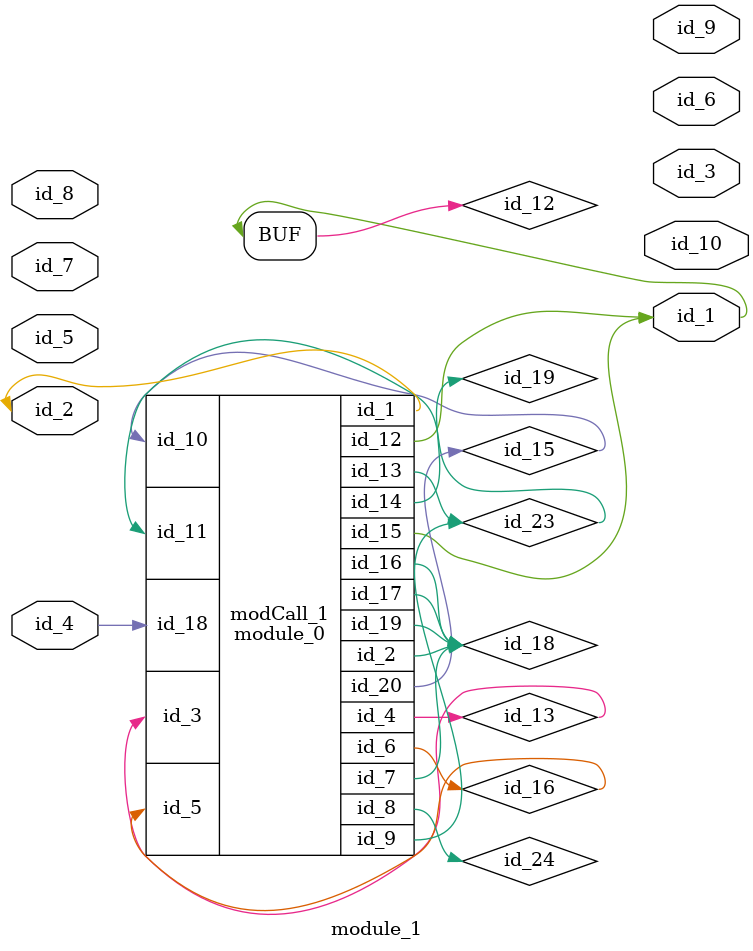
<source format=v>
module module_0 (
    id_1,
    id_2,
    id_3,
    id_4,
    id_5,
    id_6,
    id_7,
    id_8,
    id_9,
    id_10,
    id_11,
    id_12,
    id_13,
    id_14,
    id_15,
    id_16,
    id_17,
    id_18,
    id_19,
    id_20
);
  inout wire id_20;
  inout wire id_19;
  input wire id_18;
  inout wire id_17;
  inout wire id_16;
  output wire id_15;
  output wire id_14;
  inout wire id_13;
  inout wire id_12;
  input wire id_11;
  input wire id_10;
  inout wire id_9;
  inout wire id_8;
  output wire id_7;
  inout wire id_6;
  input wire id_5;
  inout wire id_4;
  input wire id_3;
  output wire id_2;
  inout wire id_1;
  wire id_21;
  assign id_6 = $realtime | id_13;
endmodule
module module_1 (
    id_1,
    id_2,
    id_3,
    id_4,
    id_5,
    id_6,
    id_7,
    id_8,
    id_9,
    id_10
);
  output wire id_10;
  output wire id_9;
  input wire id_8;
  input wire id_7;
  output wire id_6;
  input wire id_5;
  input wire id_4;
  output wire id_3;
  inout wire id_2;
  output wire id_1;
  wire id_11;
  wire id_12, id_13, id_14, id_15, id_16, id_17, id_18, id_19, \id_20 , id_21, id_22;
  wire id_23;
  assign id_1 = id_12;
  wire id_24;
  module_0 modCall_1 (
      id_2,
      id_18,
      id_13,
      id_13,
      id_16,
      id_16,
      id_18,
      id_24,
      id_23,
      id_15,
      id_23,
      id_12,
      id_23,
      id_19,
      id_1,
      id_18,
      id_18,
      id_4,
      id_18,
      id_15
  );
endmodule

</source>
